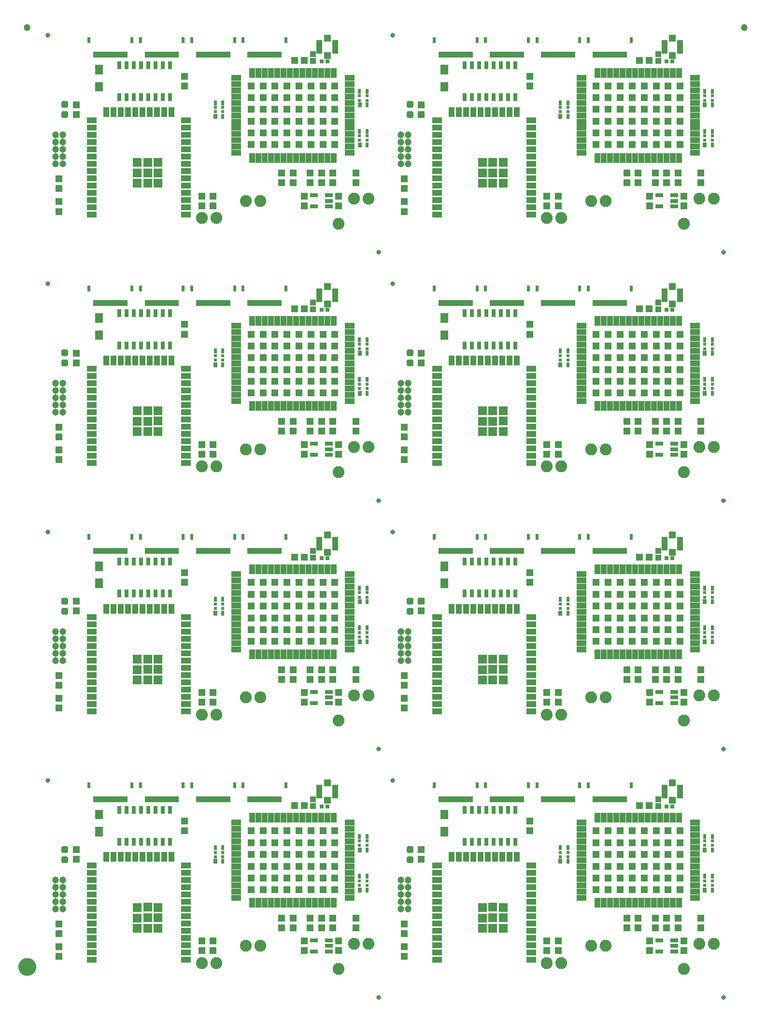
<source format=gts>
G04 EAGLE Gerber RS-274X export*
G75*
%MOMM*%
%FSLAX34Y34*%
%LPD*%
%INSoldermask Top*%
%IPPOS*%
%AMOC8*
5,1,8,0,0,1.08239X$1,22.5*%
G01*
%ADD10C,0.838200*%
%ADD11C,0.505344*%
%ADD12R,1.203200X1.303200*%
%ADD13R,1.103200X1.053200*%
%ADD14R,1.303200X1.203200*%
%ADD15R,0.803200X0.803200*%
%ADD16R,1.053200X1.723200*%
%ADD17R,1.723200X1.053200*%
%ADD18R,1.303200X1.303200*%
%ADD19R,0.620000X0.840000*%
%ADD20R,0.620000X0.560000*%
%ADD21R,0.640000X0.840000*%
%ADD22C,2.082800*%
%ADD23R,1.053200X2.403200*%
%ADD24R,1.203200X1.253200*%
%ADD25R,0.803200X1.403200*%
%ADD26R,0.503200X1.003200*%
%ADD27R,0.603200X1.003200*%
%ADD28R,1.403200X0.753200*%
%ADD29R,1.703200X1.103200*%
%ADD30R,1.103200X1.703200*%
%ADD31R,1.533200X1.533200*%
%ADD32R,1.473200X0.838200*%
%ADD33C,1.203200*%
%ADD34C,1.270000*%
%ADD35C,1.703200*%


D10*
X590000Y10000D03*
X10000Y390000D03*
D11*
X36510Y254720D02*
X43490Y254720D01*
X43490Y247740D01*
X36510Y247740D01*
X36510Y254720D01*
X36510Y252540D02*
X43490Y252540D01*
X43490Y272260D02*
X36510Y272260D01*
X43490Y272260D02*
X43490Y265280D01*
X36510Y265280D01*
X36510Y272260D01*
X36510Y270080D02*
X43490Y270080D01*
D12*
X60000Y268500D03*
X60000Y251500D03*
X510000Y131500D03*
X510000Y148500D03*
X490000Y131500D03*
X490000Y148500D03*
D13*
X475000Y345200D03*
X475000Y356800D03*
D14*
X459500Y346000D03*
X442500Y346000D03*
D12*
X470000Y131500D03*
X470000Y148500D03*
D15*
X500000Y344000D03*
X490000Y344000D03*
D16*
X511500Y324500D03*
X500500Y324500D03*
X489500Y324500D03*
X478500Y324500D03*
X467500Y324500D03*
X456500Y324500D03*
X445500Y324500D03*
X434500Y324500D03*
X423500Y324500D03*
X412500Y324500D03*
X401500Y324500D03*
X390500Y324500D03*
X379500Y324500D03*
X368500Y324500D03*
D17*
X340500Y316000D03*
X340500Y305000D03*
X340500Y294000D03*
X340500Y283000D03*
X340500Y272000D03*
X340500Y261000D03*
X340500Y250000D03*
X340500Y239000D03*
X340500Y228000D03*
X340500Y217000D03*
X340500Y206000D03*
X340500Y195000D03*
X340500Y184000D03*
D16*
X368500Y175500D03*
X379500Y175500D03*
X390500Y175500D03*
X401500Y175500D03*
X412500Y175500D03*
X423500Y175500D03*
X434500Y175500D03*
X445500Y175500D03*
X456500Y175500D03*
X467500Y175500D03*
X478500Y175500D03*
X489500Y175500D03*
X500500Y175500D03*
X511500Y175500D03*
D17*
X539500Y184000D03*
X539500Y195000D03*
X539500Y206000D03*
X539500Y217000D03*
X539500Y228000D03*
X539500Y239000D03*
X539500Y250000D03*
X539500Y261000D03*
X539500Y272000D03*
X539500Y283000D03*
X539500Y294000D03*
X539500Y305000D03*
X539500Y316000D03*
D18*
X450500Y260500D03*
X471500Y260500D03*
X492500Y260500D03*
X513500Y260500D03*
X450500Y281000D03*
X471500Y281000D03*
X492500Y281000D03*
X513500Y281000D03*
X450500Y301500D03*
X471500Y301500D03*
X492500Y301500D03*
X513500Y301500D03*
X450500Y198500D03*
X471500Y198500D03*
X492500Y198500D03*
X513500Y198500D03*
X450500Y219000D03*
X471500Y219000D03*
X492500Y219000D03*
X513500Y219000D03*
X450500Y239500D03*
X471500Y239500D03*
X492500Y239500D03*
X513500Y239500D03*
X429500Y239500D03*
X408500Y239500D03*
X387500Y239500D03*
X366500Y239500D03*
X429500Y219000D03*
X408500Y219000D03*
X387500Y219000D03*
X366500Y219000D03*
X429500Y198500D03*
X408500Y198500D03*
X387500Y198500D03*
X366500Y198500D03*
X429500Y301500D03*
X408500Y301500D03*
X387500Y301500D03*
X366500Y301500D03*
X429500Y281000D03*
X408500Y281000D03*
X387500Y281000D03*
X366500Y281000D03*
X429500Y260500D03*
X408500Y260500D03*
X387500Y260500D03*
X366500Y260500D03*
D12*
X420000Y148500D03*
X420000Y131500D03*
X440000Y131500D03*
X440000Y148500D03*
D19*
X569900Y222000D03*
D20*
X569900Y214000D03*
X569900Y206000D03*
D19*
X556700Y222000D03*
D20*
X556700Y214000D03*
X556700Y206000D03*
D21*
X556800Y198000D03*
D19*
X569900Y198000D03*
X569900Y292000D03*
D20*
X569900Y284000D03*
X569900Y276000D03*
D19*
X556700Y292000D03*
D20*
X556700Y284000D03*
X556700Y276000D03*
D21*
X556800Y268000D03*
D19*
X569900Y268000D03*
D12*
X550000Y148500D03*
X550000Y131500D03*
X300000Y91500D03*
X300000Y108500D03*
X280000Y91500D03*
X280000Y108500D03*
D19*
X316900Y272000D03*
D20*
X316900Y264000D03*
X316900Y256000D03*
D19*
X303700Y272000D03*
D20*
X303700Y264000D03*
X303700Y256000D03*
D21*
X303800Y248000D03*
D19*
X316900Y248000D03*
D22*
X280000Y70000D03*
X305400Y70000D03*
D12*
X520000Y91500D03*
X520000Y108500D03*
X460000Y108500D03*
X460000Y91500D03*
D23*
X513750Y370000D03*
X486250Y370000D03*
D24*
X500000Y354750D03*
X500000Y385250D03*
D22*
X382700Y100000D03*
X357300Y100000D03*
D25*
X224450Y338000D03*
X211750Y338000D03*
X199050Y338000D03*
X186350Y338000D03*
X173650Y338000D03*
X160950Y338000D03*
X148250Y338000D03*
X135550Y338000D03*
X135550Y282000D03*
X148250Y282000D03*
X160950Y282000D03*
X173650Y282000D03*
X186350Y282000D03*
X199050Y282000D03*
X211750Y282000D03*
X224450Y282000D03*
D12*
X250100Y301500D03*
X250100Y318500D03*
D26*
X147500Y356500D03*
X142500Y356500D03*
D27*
X157500Y381500D03*
X82500Y381500D03*
D26*
X137500Y356500D03*
X132500Y356500D03*
X127500Y356500D03*
X122500Y356500D03*
X117500Y356500D03*
X112500Y356500D03*
X107500Y356500D03*
X102500Y356500D03*
X97500Y356500D03*
X92500Y356500D03*
X237500Y356500D03*
X232500Y356500D03*
D27*
X247500Y381500D03*
X172500Y381500D03*
D26*
X227500Y356500D03*
X222500Y356500D03*
X217500Y356500D03*
X212500Y356500D03*
X207500Y356500D03*
X202500Y356500D03*
X197500Y356500D03*
X192500Y356500D03*
X187500Y356500D03*
X182500Y356500D03*
D28*
X503001Y90500D03*
X503001Y100000D03*
X503001Y109500D03*
X476999Y109500D03*
X476999Y90500D03*
D22*
X547000Y104000D03*
X572400Y104000D03*
D26*
X417500Y356500D03*
X412500Y356500D03*
D27*
X427500Y381500D03*
X352500Y381500D03*
D26*
X407500Y356500D03*
X402500Y356500D03*
X397500Y356500D03*
X392500Y356500D03*
X387500Y356500D03*
X382500Y356500D03*
X377500Y356500D03*
X372500Y356500D03*
X367500Y356500D03*
X362500Y356500D03*
D29*
X252380Y75700D03*
X252380Y88400D03*
X252380Y101100D03*
X252380Y113800D03*
X252380Y126500D03*
X252380Y139200D03*
X252380Y151900D03*
X252380Y164600D03*
X252380Y177300D03*
X252380Y190000D03*
X252380Y202700D03*
X252380Y215400D03*
X252380Y228100D03*
X252380Y240800D03*
D30*
X227150Y255700D03*
X214450Y255700D03*
X201750Y255700D03*
X189050Y255700D03*
X176350Y255700D03*
X163650Y255700D03*
X150950Y255700D03*
X138250Y255700D03*
X125550Y255700D03*
X112850Y255700D03*
D29*
X87620Y240800D03*
X87620Y228100D03*
X87620Y215400D03*
X87620Y202700D03*
X87620Y190000D03*
X87620Y177300D03*
X87620Y164600D03*
X87620Y151900D03*
X87620Y139200D03*
X87620Y126500D03*
X87620Y113800D03*
X87620Y101100D03*
X87620Y88400D03*
X87620Y75700D03*
D31*
X185310Y149120D03*
X166860Y130910D03*
X185160Y130910D03*
X203460Y130910D03*
X203460Y149210D03*
X166760Y148910D03*
X166860Y167510D03*
X185160Y167610D03*
X203460Y167510D03*
D32*
X100000Y295936D03*
X100000Y304064D03*
X100000Y325936D03*
X100000Y334064D03*
D22*
X520000Y60000D03*
D33*
X36350Y177300D03*
X36350Y190000D03*
X36350Y202700D03*
X36350Y215400D03*
X36350Y164600D03*
X23650Y177300D03*
X23650Y190000D03*
X23650Y202700D03*
X23650Y215400D03*
X23650Y164600D03*
D12*
X30000Y81500D03*
X30000Y98500D03*
X30000Y121500D03*
X30000Y138500D03*
D26*
X327500Y356500D03*
X322500Y356500D03*
D27*
X337500Y381500D03*
X262500Y381500D03*
D26*
X317500Y356500D03*
X312500Y356500D03*
X307500Y356500D03*
X302500Y356500D03*
X297500Y356500D03*
X292500Y356500D03*
X287500Y356500D03*
X282500Y356500D03*
X277500Y356500D03*
X272500Y356500D03*
D10*
X1195079Y10000D03*
X615079Y390000D03*
D11*
X641589Y254720D02*
X648569Y254720D01*
X648569Y247740D01*
X641589Y247740D01*
X641589Y254720D01*
X641589Y252540D02*
X648569Y252540D01*
X648569Y272260D02*
X641589Y272260D01*
X648569Y272260D02*
X648569Y265280D01*
X641589Y265280D01*
X641589Y272260D01*
X641589Y270080D02*
X648569Y270080D01*
D12*
X665079Y268500D03*
X665079Y251500D03*
X1115079Y131500D03*
X1115079Y148500D03*
X1095079Y131500D03*
X1095079Y148500D03*
D13*
X1080079Y345200D03*
X1080079Y356800D03*
D14*
X1064579Y346000D03*
X1047579Y346000D03*
D12*
X1075079Y131500D03*
X1075079Y148500D03*
D15*
X1105079Y344000D03*
X1095079Y344000D03*
D16*
X1116579Y324500D03*
X1105579Y324500D03*
X1094579Y324500D03*
X1083579Y324500D03*
X1072579Y324500D03*
X1061579Y324500D03*
X1050579Y324500D03*
X1039579Y324500D03*
X1028579Y324500D03*
X1017579Y324500D03*
X1006579Y324500D03*
X995579Y324500D03*
X984579Y324500D03*
X973579Y324500D03*
D17*
X945579Y316000D03*
X945579Y305000D03*
X945579Y294000D03*
X945579Y283000D03*
X945579Y272000D03*
X945579Y261000D03*
X945579Y250000D03*
X945579Y239000D03*
X945579Y228000D03*
X945579Y217000D03*
X945579Y206000D03*
X945579Y195000D03*
X945579Y184000D03*
D16*
X973579Y175500D03*
X984579Y175500D03*
X995579Y175500D03*
X1006579Y175500D03*
X1017579Y175500D03*
X1028579Y175500D03*
X1039579Y175500D03*
X1050579Y175500D03*
X1061579Y175500D03*
X1072579Y175500D03*
X1083579Y175500D03*
X1094579Y175500D03*
X1105579Y175500D03*
X1116579Y175500D03*
D17*
X1144579Y184000D03*
X1144579Y195000D03*
X1144579Y206000D03*
X1144579Y217000D03*
X1144579Y228000D03*
X1144579Y239000D03*
X1144579Y250000D03*
X1144579Y261000D03*
X1144579Y272000D03*
X1144579Y283000D03*
X1144579Y294000D03*
X1144579Y305000D03*
X1144579Y316000D03*
D18*
X1055579Y260500D03*
X1076579Y260500D03*
X1097579Y260500D03*
X1118579Y260500D03*
X1055579Y281000D03*
X1076579Y281000D03*
X1097579Y281000D03*
X1118579Y281000D03*
X1055579Y301500D03*
X1076579Y301500D03*
X1097579Y301500D03*
X1118579Y301500D03*
X1055579Y198500D03*
X1076579Y198500D03*
X1097579Y198500D03*
X1118579Y198500D03*
X1055579Y219000D03*
X1076579Y219000D03*
X1097579Y219000D03*
X1118579Y219000D03*
X1055579Y239500D03*
X1076579Y239500D03*
X1097579Y239500D03*
X1118579Y239500D03*
X1034579Y239500D03*
X1013579Y239500D03*
X992579Y239500D03*
X971579Y239500D03*
X1034579Y219000D03*
X1013579Y219000D03*
X992579Y219000D03*
X971579Y219000D03*
X1034579Y198500D03*
X1013579Y198500D03*
X992579Y198500D03*
X971579Y198500D03*
X1034579Y301500D03*
X1013579Y301500D03*
X992579Y301500D03*
X971579Y301500D03*
X1034579Y281000D03*
X1013579Y281000D03*
X992579Y281000D03*
X971579Y281000D03*
X1034579Y260500D03*
X1013579Y260500D03*
X992579Y260500D03*
X971579Y260500D03*
D12*
X1025079Y148500D03*
X1025079Y131500D03*
X1045079Y131500D03*
X1045079Y148500D03*
D19*
X1174979Y222000D03*
D20*
X1174979Y214000D03*
X1174979Y206000D03*
D19*
X1161779Y222000D03*
D20*
X1161779Y214000D03*
X1161779Y206000D03*
D21*
X1161879Y198000D03*
D19*
X1174979Y198000D03*
X1174979Y292000D03*
D20*
X1174979Y284000D03*
X1174979Y276000D03*
D19*
X1161779Y292000D03*
D20*
X1161779Y284000D03*
X1161779Y276000D03*
D21*
X1161879Y268000D03*
D19*
X1174979Y268000D03*
D12*
X1155079Y148500D03*
X1155079Y131500D03*
X905079Y91500D03*
X905079Y108500D03*
X885079Y91500D03*
X885079Y108500D03*
D19*
X921979Y272000D03*
D20*
X921979Y264000D03*
X921979Y256000D03*
D19*
X908779Y272000D03*
D20*
X908779Y264000D03*
X908779Y256000D03*
D21*
X908879Y248000D03*
D19*
X921979Y248000D03*
D22*
X885079Y70000D03*
X910479Y70000D03*
D12*
X1125079Y91500D03*
X1125079Y108500D03*
X1065079Y108500D03*
X1065079Y91500D03*
D23*
X1118829Y370000D03*
X1091329Y370000D03*
D24*
X1105079Y354750D03*
X1105079Y385250D03*
D22*
X987779Y100000D03*
X962379Y100000D03*
D25*
X829529Y338000D03*
X816829Y338000D03*
X804129Y338000D03*
X791429Y338000D03*
X778729Y338000D03*
X766029Y338000D03*
X753329Y338000D03*
X740629Y338000D03*
X740629Y282000D03*
X753329Y282000D03*
X766029Y282000D03*
X778729Y282000D03*
X791429Y282000D03*
X804129Y282000D03*
X816829Y282000D03*
X829529Y282000D03*
D12*
X855179Y301500D03*
X855179Y318500D03*
D26*
X752579Y356500D03*
X747579Y356500D03*
D27*
X762579Y381500D03*
X687579Y381500D03*
D26*
X742579Y356500D03*
X737579Y356500D03*
X732579Y356500D03*
X727579Y356500D03*
X722579Y356500D03*
X717579Y356500D03*
X712579Y356500D03*
X707579Y356500D03*
X702579Y356500D03*
X697579Y356500D03*
X842579Y356500D03*
X837579Y356500D03*
D27*
X852579Y381500D03*
X777579Y381500D03*
D26*
X832579Y356500D03*
X827579Y356500D03*
X822579Y356500D03*
X817579Y356500D03*
X812579Y356500D03*
X807579Y356500D03*
X802579Y356500D03*
X797579Y356500D03*
X792579Y356500D03*
X787579Y356500D03*
D28*
X1108080Y90500D03*
X1108080Y100000D03*
X1108080Y109500D03*
X1082078Y109500D03*
X1082078Y90500D03*
D22*
X1152079Y104000D03*
X1177479Y104000D03*
D26*
X1022579Y356500D03*
X1017579Y356500D03*
D27*
X1032579Y381500D03*
X957579Y381500D03*
D26*
X1012579Y356500D03*
X1007579Y356500D03*
X1002579Y356500D03*
X997579Y356500D03*
X992579Y356500D03*
X987579Y356500D03*
X982579Y356500D03*
X977579Y356500D03*
X972579Y356500D03*
X967579Y356500D03*
D29*
X857459Y75700D03*
X857459Y88400D03*
X857459Y101100D03*
X857459Y113800D03*
X857459Y126500D03*
X857459Y139200D03*
X857459Y151900D03*
X857459Y164600D03*
X857459Y177300D03*
X857459Y190000D03*
X857459Y202700D03*
X857459Y215400D03*
X857459Y228100D03*
X857459Y240800D03*
D30*
X832229Y255700D03*
X819529Y255700D03*
X806829Y255700D03*
X794129Y255700D03*
X781429Y255700D03*
X768729Y255700D03*
X756029Y255700D03*
X743329Y255700D03*
X730629Y255700D03*
X717929Y255700D03*
D29*
X692699Y240800D03*
X692699Y228100D03*
X692699Y215400D03*
X692699Y202700D03*
X692699Y190000D03*
X692699Y177300D03*
X692699Y164600D03*
X692699Y151900D03*
X692699Y139200D03*
X692699Y126500D03*
X692699Y113800D03*
X692699Y101100D03*
X692699Y88400D03*
X692699Y75700D03*
D31*
X790389Y149120D03*
X771939Y130910D03*
X790239Y130910D03*
X808539Y130910D03*
X808539Y149210D03*
X771839Y148910D03*
X771939Y167510D03*
X790239Y167610D03*
X808539Y167510D03*
D32*
X705079Y295936D03*
X705079Y304064D03*
X705079Y325936D03*
X705079Y334064D03*
D22*
X1125079Y60000D03*
D33*
X641429Y177300D03*
X641429Y190000D03*
X641429Y202700D03*
X641429Y215400D03*
X641429Y164600D03*
X628729Y177300D03*
X628729Y190000D03*
X628729Y202700D03*
X628729Y215400D03*
X628729Y164600D03*
D12*
X635079Y81500D03*
X635079Y98500D03*
X635079Y121500D03*
X635079Y138500D03*
D26*
X932579Y356500D03*
X927579Y356500D03*
D27*
X942579Y381500D03*
X867579Y381500D03*
D26*
X922579Y356500D03*
X917579Y356500D03*
X912579Y356500D03*
X907579Y356500D03*
X902579Y356500D03*
X897579Y356500D03*
X892579Y356500D03*
X887579Y356500D03*
X882579Y356500D03*
X877579Y356500D03*
D10*
X590000Y445077D03*
X10000Y825077D03*
D11*
X36510Y689797D02*
X43490Y689797D01*
X43490Y682817D01*
X36510Y682817D01*
X36510Y689797D01*
X36510Y687617D02*
X43490Y687617D01*
X43490Y707337D02*
X36510Y707337D01*
X43490Y707337D02*
X43490Y700357D01*
X36510Y700357D01*
X36510Y707337D01*
X36510Y705157D02*
X43490Y705157D01*
D12*
X60000Y703577D03*
X60000Y686577D03*
X510000Y566577D03*
X510000Y583577D03*
X490000Y566577D03*
X490000Y583577D03*
D13*
X475000Y780277D03*
X475000Y791877D03*
D14*
X459500Y781077D03*
X442500Y781077D03*
D12*
X470000Y566577D03*
X470000Y583577D03*
D15*
X500000Y779077D03*
X490000Y779077D03*
D16*
X511500Y759577D03*
X500500Y759577D03*
X489500Y759577D03*
X478500Y759577D03*
X467500Y759577D03*
X456500Y759577D03*
X445500Y759577D03*
X434500Y759577D03*
X423500Y759577D03*
X412500Y759577D03*
X401500Y759577D03*
X390500Y759577D03*
X379500Y759577D03*
X368500Y759577D03*
D17*
X340500Y751077D03*
X340500Y740077D03*
X340500Y729077D03*
X340500Y718077D03*
X340500Y707077D03*
X340500Y696077D03*
X340500Y685077D03*
X340500Y674077D03*
X340500Y663077D03*
X340500Y652077D03*
X340500Y641077D03*
X340500Y630077D03*
X340500Y619077D03*
D16*
X368500Y610577D03*
X379500Y610577D03*
X390500Y610577D03*
X401500Y610577D03*
X412500Y610577D03*
X423500Y610577D03*
X434500Y610577D03*
X445500Y610577D03*
X456500Y610577D03*
X467500Y610577D03*
X478500Y610577D03*
X489500Y610577D03*
X500500Y610577D03*
X511500Y610577D03*
D17*
X539500Y619077D03*
X539500Y630077D03*
X539500Y641077D03*
X539500Y652077D03*
X539500Y663077D03*
X539500Y674077D03*
X539500Y685077D03*
X539500Y696077D03*
X539500Y707077D03*
X539500Y718077D03*
X539500Y729077D03*
X539500Y740077D03*
X539500Y751077D03*
D18*
X450500Y695577D03*
X471500Y695577D03*
X492500Y695577D03*
X513500Y695577D03*
X450500Y716077D03*
X471500Y716077D03*
X492500Y716077D03*
X513500Y716077D03*
X450500Y736577D03*
X471500Y736577D03*
X492500Y736577D03*
X513500Y736577D03*
X450500Y633577D03*
X471500Y633577D03*
X492500Y633577D03*
X513500Y633577D03*
X450500Y654077D03*
X471500Y654077D03*
X492500Y654077D03*
X513500Y654077D03*
X450500Y674577D03*
X471500Y674577D03*
X492500Y674577D03*
X513500Y674577D03*
X429500Y674577D03*
X408500Y674577D03*
X387500Y674577D03*
X366500Y674577D03*
X429500Y654077D03*
X408500Y654077D03*
X387500Y654077D03*
X366500Y654077D03*
X429500Y633577D03*
X408500Y633577D03*
X387500Y633577D03*
X366500Y633577D03*
X429500Y736577D03*
X408500Y736577D03*
X387500Y736577D03*
X366500Y736577D03*
X429500Y716077D03*
X408500Y716077D03*
X387500Y716077D03*
X366500Y716077D03*
X429500Y695577D03*
X408500Y695577D03*
X387500Y695577D03*
X366500Y695577D03*
D12*
X420000Y583577D03*
X420000Y566577D03*
X440000Y566577D03*
X440000Y583577D03*
D19*
X569900Y657077D03*
D20*
X569900Y649077D03*
X569900Y641077D03*
D19*
X556700Y657077D03*
D20*
X556700Y649077D03*
X556700Y641077D03*
D21*
X556800Y633077D03*
D19*
X569900Y633077D03*
X569900Y727077D03*
D20*
X569900Y719077D03*
X569900Y711077D03*
D19*
X556700Y727077D03*
D20*
X556700Y719077D03*
X556700Y711077D03*
D21*
X556800Y703077D03*
D19*
X569900Y703077D03*
D12*
X550000Y583577D03*
X550000Y566577D03*
X300000Y526577D03*
X300000Y543577D03*
X280000Y526577D03*
X280000Y543577D03*
D19*
X316900Y707077D03*
D20*
X316900Y699077D03*
X316900Y691077D03*
D19*
X303700Y707077D03*
D20*
X303700Y699077D03*
X303700Y691077D03*
D21*
X303800Y683077D03*
D19*
X316900Y683077D03*
D22*
X280000Y505077D03*
X305400Y505077D03*
D12*
X520000Y526577D03*
X520000Y543577D03*
X460000Y543577D03*
X460000Y526577D03*
D23*
X513750Y805077D03*
X486250Y805077D03*
D24*
X500000Y789827D03*
X500000Y820327D03*
D22*
X382700Y535077D03*
X357300Y535077D03*
D25*
X224450Y773077D03*
X211750Y773077D03*
X199050Y773077D03*
X186350Y773077D03*
X173650Y773077D03*
X160950Y773077D03*
X148250Y773077D03*
X135550Y773077D03*
X135550Y717077D03*
X148250Y717077D03*
X160950Y717077D03*
X173650Y717077D03*
X186350Y717077D03*
X199050Y717077D03*
X211750Y717077D03*
X224450Y717077D03*
D12*
X250100Y736577D03*
X250100Y753577D03*
D26*
X147500Y791577D03*
X142500Y791577D03*
D27*
X157500Y816577D03*
X82500Y816577D03*
D26*
X137500Y791577D03*
X132500Y791577D03*
X127500Y791577D03*
X122500Y791577D03*
X117500Y791577D03*
X112500Y791577D03*
X107500Y791577D03*
X102500Y791577D03*
X97500Y791577D03*
X92500Y791577D03*
X237500Y791577D03*
X232500Y791577D03*
D27*
X247500Y816577D03*
X172500Y816577D03*
D26*
X227500Y791577D03*
X222500Y791577D03*
X217500Y791577D03*
X212500Y791577D03*
X207500Y791577D03*
X202500Y791577D03*
X197500Y791577D03*
X192500Y791577D03*
X187500Y791577D03*
X182500Y791577D03*
D28*
X503001Y525577D03*
X503001Y535077D03*
X503001Y544577D03*
X476999Y544577D03*
X476999Y525577D03*
D22*
X547000Y539077D03*
X572400Y539077D03*
D26*
X417500Y791577D03*
X412500Y791577D03*
D27*
X427500Y816577D03*
X352500Y816577D03*
D26*
X407500Y791577D03*
X402500Y791577D03*
X397500Y791577D03*
X392500Y791577D03*
X387500Y791577D03*
X382500Y791577D03*
X377500Y791577D03*
X372500Y791577D03*
X367500Y791577D03*
X362500Y791577D03*
D29*
X252380Y510777D03*
X252380Y523477D03*
X252380Y536177D03*
X252380Y548877D03*
X252380Y561577D03*
X252380Y574277D03*
X252380Y586977D03*
X252380Y599677D03*
X252380Y612377D03*
X252380Y625077D03*
X252380Y637777D03*
X252380Y650477D03*
X252380Y663177D03*
X252380Y675877D03*
D30*
X227150Y690777D03*
X214450Y690777D03*
X201750Y690777D03*
X189050Y690777D03*
X176350Y690777D03*
X163650Y690777D03*
X150950Y690777D03*
X138250Y690777D03*
X125550Y690777D03*
X112850Y690777D03*
D29*
X87620Y675877D03*
X87620Y663177D03*
X87620Y650477D03*
X87620Y637777D03*
X87620Y625077D03*
X87620Y612377D03*
X87620Y599677D03*
X87620Y586977D03*
X87620Y574277D03*
X87620Y561577D03*
X87620Y548877D03*
X87620Y536177D03*
X87620Y523477D03*
X87620Y510777D03*
D31*
X185310Y584197D03*
X166860Y565987D03*
X185160Y565987D03*
X203460Y565987D03*
X203460Y584287D03*
X166760Y583987D03*
X166860Y602587D03*
X185160Y602687D03*
X203460Y602587D03*
D32*
X100000Y731013D03*
X100000Y739141D03*
X100000Y761013D03*
X100000Y769141D03*
D22*
X520000Y495077D03*
D33*
X36350Y612377D03*
X36350Y625077D03*
X36350Y637777D03*
X36350Y650477D03*
X36350Y599677D03*
X23650Y612377D03*
X23650Y625077D03*
X23650Y637777D03*
X23650Y650477D03*
X23650Y599677D03*
D12*
X30000Y516577D03*
X30000Y533577D03*
X30000Y556577D03*
X30000Y573577D03*
D26*
X327500Y791577D03*
X322500Y791577D03*
D27*
X337500Y816577D03*
X262500Y816577D03*
D26*
X317500Y791577D03*
X312500Y791577D03*
X307500Y791577D03*
X302500Y791577D03*
X297500Y791577D03*
X292500Y791577D03*
X287500Y791577D03*
X282500Y791577D03*
X277500Y791577D03*
X272500Y791577D03*
D10*
X1195079Y445077D03*
X615079Y825077D03*
D11*
X641589Y689797D02*
X648569Y689797D01*
X648569Y682817D01*
X641589Y682817D01*
X641589Y689797D01*
X641589Y687617D02*
X648569Y687617D01*
X648569Y707337D02*
X641589Y707337D01*
X648569Y707337D02*
X648569Y700357D01*
X641589Y700357D01*
X641589Y707337D01*
X641589Y705157D02*
X648569Y705157D01*
D12*
X665079Y703577D03*
X665079Y686577D03*
X1115079Y566577D03*
X1115079Y583577D03*
X1095079Y566577D03*
X1095079Y583577D03*
D13*
X1080079Y780277D03*
X1080079Y791877D03*
D14*
X1064579Y781077D03*
X1047579Y781077D03*
D12*
X1075079Y566577D03*
X1075079Y583577D03*
D15*
X1105079Y779077D03*
X1095079Y779077D03*
D16*
X1116579Y759577D03*
X1105579Y759577D03*
X1094579Y759577D03*
X1083579Y759577D03*
X1072579Y759577D03*
X1061579Y759577D03*
X1050579Y759577D03*
X1039579Y759577D03*
X1028579Y759577D03*
X1017579Y759577D03*
X1006579Y759577D03*
X995579Y759577D03*
X984579Y759577D03*
X973579Y759577D03*
D17*
X945579Y751077D03*
X945579Y740077D03*
X945579Y729077D03*
X945579Y718077D03*
X945579Y707077D03*
X945579Y696077D03*
X945579Y685077D03*
X945579Y674077D03*
X945579Y663077D03*
X945579Y652077D03*
X945579Y641077D03*
X945579Y630077D03*
X945579Y619077D03*
D16*
X973579Y610577D03*
X984579Y610577D03*
X995579Y610577D03*
X1006579Y610577D03*
X1017579Y610577D03*
X1028579Y610577D03*
X1039579Y610577D03*
X1050579Y610577D03*
X1061579Y610577D03*
X1072579Y610577D03*
X1083579Y610577D03*
X1094579Y610577D03*
X1105579Y610577D03*
X1116579Y610577D03*
D17*
X1144579Y619077D03*
X1144579Y630077D03*
X1144579Y641077D03*
X1144579Y652077D03*
X1144579Y663077D03*
X1144579Y674077D03*
X1144579Y685077D03*
X1144579Y696077D03*
X1144579Y707077D03*
X1144579Y718077D03*
X1144579Y729077D03*
X1144579Y740077D03*
X1144579Y751077D03*
D18*
X1055579Y695577D03*
X1076579Y695577D03*
X1097579Y695577D03*
X1118579Y695577D03*
X1055579Y716077D03*
X1076579Y716077D03*
X1097579Y716077D03*
X1118579Y716077D03*
X1055579Y736577D03*
X1076579Y736577D03*
X1097579Y736577D03*
X1118579Y736577D03*
X1055579Y633577D03*
X1076579Y633577D03*
X1097579Y633577D03*
X1118579Y633577D03*
X1055579Y654077D03*
X1076579Y654077D03*
X1097579Y654077D03*
X1118579Y654077D03*
X1055579Y674577D03*
X1076579Y674577D03*
X1097579Y674577D03*
X1118579Y674577D03*
X1034579Y674577D03*
X1013579Y674577D03*
X992579Y674577D03*
X971579Y674577D03*
X1034579Y654077D03*
X1013579Y654077D03*
X992579Y654077D03*
X971579Y654077D03*
X1034579Y633577D03*
X1013579Y633577D03*
X992579Y633577D03*
X971579Y633577D03*
X1034579Y736577D03*
X1013579Y736577D03*
X992579Y736577D03*
X971579Y736577D03*
X1034579Y716077D03*
X1013579Y716077D03*
X992579Y716077D03*
X971579Y716077D03*
X1034579Y695577D03*
X1013579Y695577D03*
X992579Y695577D03*
X971579Y695577D03*
D12*
X1025079Y583577D03*
X1025079Y566577D03*
X1045079Y566577D03*
X1045079Y583577D03*
D19*
X1174979Y657077D03*
D20*
X1174979Y649077D03*
X1174979Y641077D03*
D19*
X1161779Y657077D03*
D20*
X1161779Y649077D03*
X1161779Y641077D03*
D21*
X1161879Y633077D03*
D19*
X1174979Y633077D03*
X1174979Y727077D03*
D20*
X1174979Y719077D03*
X1174979Y711077D03*
D19*
X1161779Y727077D03*
D20*
X1161779Y719077D03*
X1161779Y711077D03*
D21*
X1161879Y703077D03*
D19*
X1174979Y703077D03*
D12*
X1155079Y583577D03*
X1155079Y566577D03*
X905079Y526577D03*
X905079Y543577D03*
X885079Y526577D03*
X885079Y543577D03*
D19*
X921979Y707077D03*
D20*
X921979Y699077D03*
X921979Y691077D03*
D19*
X908779Y707077D03*
D20*
X908779Y699077D03*
X908779Y691077D03*
D21*
X908879Y683077D03*
D19*
X921979Y683077D03*
D22*
X885079Y505077D03*
X910479Y505077D03*
D12*
X1125079Y526577D03*
X1125079Y543577D03*
X1065079Y543577D03*
X1065079Y526577D03*
D23*
X1118829Y805077D03*
X1091329Y805077D03*
D24*
X1105079Y789827D03*
X1105079Y820327D03*
D22*
X987779Y535077D03*
X962379Y535077D03*
D25*
X829529Y773077D03*
X816829Y773077D03*
X804129Y773077D03*
X791429Y773077D03*
X778729Y773077D03*
X766029Y773077D03*
X753329Y773077D03*
X740629Y773077D03*
X740629Y717077D03*
X753329Y717077D03*
X766029Y717077D03*
X778729Y717077D03*
X791429Y717077D03*
X804129Y717077D03*
X816829Y717077D03*
X829529Y717077D03*
D12*
X855179Y736577D03*
X855179Y753577D03*
D26*
X752579Y791577D03*
X747579Y791577D03*
D27*
X762579Y816577D03*
X687579Y816577D03*
D26*
X742579Y791577D03*
X737579Y791577D03*
X732579Y791577D03*
X727579Y791577D03*
X722579Y791577D03*
X717579Y791577D03*
X712579Y791577D03*
X707579Y791577D03*
X702579Y791577D03*
X697579Y791577D03*
X842579Y791577D03*
X837579Y791577D03*
D27*
X852579Y816577D03*
X777579Y816577D03*
D26*
X832579Y791577D03*
X827579Y791577D03*
X822579Y791577D03*
X817579Y791577D03*
X812579Y791577D03*
X807579Y791577D03*
X802579Y791577D03*
X797579Y791577D03*
X792579Y791577D03*
X787579Y791577D03*
D28*
X1108080Y525577D03*
X1108080Y535077D03*
X1108080Y544577D03*
X1082078Y544577D03*
X1082078Y525577D03*
D22*
X1152079Y539077D03*
X1177479Y539077D03*
D26*
X1022579Y791577D03*
X1017579Y791577D03*
D27*
X1032579Y816577D03*
X957579Y816577D03*
D26*
X1012579Y791577D03*
X1007579Y791577D03*
X1002579Y791577D03*
X997579Y791577D03*
X992579Y791577D03*
X987579Y791577D03*
X982579Y791577D03*
X977579Y791577D03*
X972579Y791577D03*
X967579Y791577D03*
D29*
X857459Y510777D03*
X857459Y523477D03*
X857459Y536177D03*
X857459Y548877D03*
X857459Y561577D03*
X857459Y574277D03*
X857459Y586977D03*
X857459Y599677D03*
X857459Y612377D03*
X857459Y625077D03*
X857459Y637777D03*
X857459Y650477D03*
X857459Y663177D03*
X857459Y675877D03*
D30*
X832229Y690777D03*
X819529Y690777D03*
X806829Y690777D03*
X794129Y690777D03*
X781429Y690777D03*
X768729Y690777D03*
X756029Y690777D03*
X743329Y690777D03*
X730629Y690777D03*
X717929Y690777D03*
D29*
X692699Y675877D03*
X692699Y663177D03*
X692699Y650477D03*
X692699Y637777D03*
X692699Y625077D03*
X692699Y612377D03*
X692699Y599677D03*
X692699Y586977D03*
X692699Y574277D03*
X692699Y561577D03*
X692699Y548877D03*
X692699Y536177D03*
X692699Y523477D03*
X692699Y510777D03*
D31*
X790389Y584197D03*
X771939Y565987D03*
X790239Y565987D03*
X808539Y565987D03*
X808539Y584287D03*
X771839Y583987D03*
X771939Y602587D03*
X790239Y602687D03*
X808539Y602587D03*
D32*
X705079Y731013D03*
X705079Y739141D03*
X705079Y761013D03*
X705079Y769141D03*
D22*
X1125079Y495077D03*
D33*
X641429Y612377D03*
X641429Y625077D03*
X641429Y637777D03*
X641429Y650477D03*
X641429Y599677D03*
X628729Y612377D03*
X628729Y625077D03*
X628729Y637777D03*
X628729Y650477D03*
X628729Y599677D03*
D12*
X635079Y516577D03*
X635079Y533577D03*
X635079Y556577D03*
X635079Y573577D03*
D26*
X932579Y791577D03*
X927579Y791577D03*
D27*
X942579Y816577D03*
X867579Y816577D03*
D26*
X922579Y791577D03*
X917579Y791577D03*
X912579Y791577D03*
X907579Y791577D03*
X902579Y791577D03*
X897579Y791577D03*
X892579Y791577D03*
X887579Y791577D03*
X882579Y791577D03*
X877579Y791577D03*
D10*
X590000Y880153D03*
X10000Y1260153D03*
D11*
X36510Y1124873D02*
X43490Y1124873D01*
X43490Y1117893D01*
X36510Y1117893D01*
X36510Y1124873D01*
X36510Y1122693D02*
X43490Y1122693D01*
X43490Y1142413D02*
X36510Y1142413D01*
X43490Y1142413D02*
X43490Y1135433D01*
X36510Y1135433D01*
X36510Y1142413D01*
X36510Y1140233D02*
X43490Y1140233D01*
D12*
X60000Y1138653D03*
X60000Y1121653D03*
X510000Y1001653D03*
X510000Y1018653D03*
X490000Y1001653D03*
X490000Y1018653D03*
D13*
X475000Y1215353D03*
X475000Y1226953D03*
D14*
X459500Y1216153D03*
X442500Y1216153D03*
D12*
X470000Y1001653D03*
X470000Y1018653D03*
D15*
X500000Y1214153D03*
X490000Y1214153D03*
D16*
X511500Y1194653D03*
X500500Y1194653D03*
X489500Y1194653D03*
X478500Y1194653D03*
X467500Y1194653D03*
X456500Y1194653D03*
X445500Y1194653D03*
X434500Y1194653D03*
X423500Y1194653D03*
X412500Y1194653D03*
X401500Y1194653D03*
X390500Y1194653D03*
X379500Y1194653D03*
X368500Y1194653D03*
D17*
X340500Y1186153D03*
X340500Y1175153D03*
X340500Y1164153D03*
X340500Y1153153D03*
X340500Y1142153D03*
X340500Y1131153D03*
X340500Y1120153D03*
X340500Y1109153D03*
X340500Y1098153D03*
X340500Y1087153D03*
X340500Y1076153D03*
X340500Y1065153D03*
X340500Y1054153D03*
D16*
X368500Y1045653D03*
X379500Y1045653D03*
X390500Y1045653D03*
X401500Y1045653D03*
X412500Y1045653D03*
X423500Y1045653D03*
X434500Y1045653D03*
X445500Y1045653D03*
X456500Y1045653D03*
X467500Y1045653D03*
X478500Y1045653D03*
X489500Y1045653D03*
X500500Y1045653D03*
X511500Y1045653D03*
D17*
X539500Y1054153D03*
X539500Y1065153D03*
X539500Y1076153D03*
X539500Y1087153D03*
X539500Y1098153D03*
X539500Y1109153D03*
X539500Y1120153D03*
X539500Y1131153D03*
X539500Y1142153D03*
X539500Y1153153D03*
X539500Y1164153D03*
X539500Y1175153D03*
X539500Y1186153D03*
D18*
X450500Y1130653D03*
X471500Y1130653D03*
X492500Y1130653D03*
X513500Y1130653D03*
X450500Y1151153D03*
X471500Y1151153D03*
X492500Y1151153D03*
X513500Y1151153D03*
X450500Y1171653D03*
X471500Y1171653D03*
X492500Y1171653D03*
X513500Y1171653D03*
X450500Y1068653D03*
X471500Y1068653D03*
X492500Y1068653D03*
X513500Y1068653D03*
X450500Y1089153D03*
X471500Y1089153D03*
X492500Y1089153D03*
X513500Y1089153D03*
X450500Y1109653D03*
X471500Y1109653D03*
X492500Y1109653D03*
X513500Y1109653D03*
X429500Y1109653D03*
X408500Y1109653D03*
X387500Y1109653D03*
X366500Y1109653D03*
X429500Y1089153D03*
X408500Y1089153D03*
X387500Y1089153D03*
X366500Y1089153D03*
X429500Y1068653D03*
X408500Y1068653D03*
X387500Y1068653D03*
X366500Y1068653D03*
X429500Y1171653D03*
X408500Y1171653D03*
X387500Y1171653D03*
X366500Y1171653D03*
X429500Y1151153D03*
X408500Y1151153D03*
X387500Y1151153D03*
X366500Y1151153D03*
X429500Y1130653D03*
X408500Y1130653D03*
X387500Y1130653D03*
X366500Y1130653D03*
D12*
X420000Y1018653D03*
X420000Y1001653D03*
X440000Y1001653D03*
X440000Y1018653D03*
D19*
X569900Y1092153D03*
D20*
X569900Y1084153D03*
X569900Y1076153D03*
D19*
X556700Y1092153D03*
D20*
X556700Y1084153D03*
X556700Y1076153D03*
D21*
X556800Y1068153D03*
D19*
X569900Y1068153D03*
X569900Y1162153D03*
D20*
X569900Y1154153D03*
X569900Y1146153D03*
D19*
X556700Y1162153D03*
D20*
X556700Y1154153D03*
X556700Y1146153D03*
D21*
X556800Y1138153D03*
D19*
X569900Y1138153D03*
D12*
X550000Y1018653D03*
X550000Y1001653D03*
X300000Y961653D03*
X300000Y978653D03*
X280000Y961653D03*
X280000Y978653D03*
D19*
X316900Y1142153D03*
D20*
X316900Y1134153D03*
X316900Y1126153D03*
D19*
X303700Y1142153D03*
D20*
X303700Y1134153D03*
X303700Y1126153D03*
D21*
X303800Y1118153D03*
D19*
X316900Y1118153D03*
D22*
X280000Y940153D03*
X305400Y940153D03*
D12*
X520000Y961653D03*
X520000Y978653D03*
X460000Y978653D03*
X460000Y961653D03*
D23*
X513750Y1240153D03*
X486250Y1240153D03*
D24*
X500000Y1224903D03*
X500000Y1255403D03*
D22*
X382700Y970153D03*
X357300Y970153D03*
D25*
X224450Y1208153D03*
X211750Y1208153D03*
X199050Y1208153D03*
X186350Y1208153D03*
X173650Y1208153D03*
X160950Y1208153D03*
X148250Y1208153D03*
X135550Y1208153D03*
X135550Y1152153D03*
X148250Y1152153D03*
X160950Y1152153D03*
X173650Y1152153D03*
X186350Y1152153D03*
X199050Y1152153D03*
X211750Y1152153D03*
X224450Y1152153D03*
D12*
X250100Y1171653D03*
X250100Y1188653D03*
D26*
X147500Y1226653D03*
X142500Y1226653D03*
D27*
X157500Y1251653D03*
X82500Y1251653D03*
D26*
X137500Y1226653D03*
X132500Y1226653D03*
X127500Y1226653D03*
X122500Y1226653D03*
X117500Y1226653D03*
X112500Y1226653D03*
X107500Y1226653D03*
X102500Y1226653D03*
X97500Y1226653D03*
X92500Y1226653D03*
X237500Y1226653D03*
X232500Y1226653D03*
D27*
X247500Y1251653D03*
X172500Y1251653D03*
D26*
X227500Y1226653D03*
X222500Y1226653D03*
X217500Y1226653D03*
X212500Y1226653D03*
X207500Y1226653D03*
X202500Y1226653D03*
X197500Y1226653D03*
X192500Y1226653D03*
X187500Y1226653D03*
X182500Y1226653D03*
D28*
X503001Y960653D03*
X503001Y970153D03*
X503001Y979653D03*
X476999Y979653D03*
X476999Y960653D03*
D22*
X547000Y974153D03*
X572400Y974153D03*
D26*
X417500Y1226653D03*
X412500Y1226653D03*
D27*
X427500Y1251653D03*
X352500Y1251653D03*
D26*
X407500Y1226653D03*
X402500Y1226653D03*
X397500Y1226653D03*
X392500Y1226653D03*
X387500Y1226653D03*
X382500Y1226653D03*
X377500Y1226653D03*
X372500Y1226653D03*
X367500Y1226653D03*
X362500Y1226653D03*
D29*
X252380Y945853D03*
X252380Y958553D03*
X252380Y971253D03*
X252380Y983953D03*
X252380Y996653D03*
X252380Y1009353D03*
X252380Y1022053D03*
X252380Y1034753D03*
X252380Y1047453D03*
X252380Y1060153D03*
X252380Y1072853D03*
X252380Y1085553D03*
X252380Y1098253D03*
X252380Y1110953D03*
D30*
X227150Y1125853D03*
X214450Y1125853D03*
X201750Y1125853D03*
X189050Y1125853D03*
X176350Y1125853D03*
X163650Y1125853D03*
X150950Y1125853D03*
X138250Y1125853D03*
X125550Y1125853D03*
X112850Y1125853D03*
D29*
X87620Y1110953D03*
X87620Y1098253D03*
X87620Y1085553D03*
X87620Y1072853D03*
X87620Y1060153D03*
X87620Y1047453D03*
X87620Y1034753D03*
X87620Y1022053D03*
X87620Y1009353D03*
X87620Y996653D03*
X87620Y983953D03*
X87620Y971253D03*
X87620Y958553D03*
X87620Y945853D03*
D31*
X185310Y1019273D03*
X166860Y1001063D03*
X185160Y1001063D03*
X203460Y1001063D03*
X203460Y1019363D03*
X166760Y1019063D03*
X166860Y1037663D03*
X185160Y1037763D03*
X203460Y1037663D03*
D32*
X100000Y1166089D03*
X100000Y1174217D03*
X100000Y1196089D03*
X100000Y1204217D03*
D22*
X520000Y930153D03*
D33*
X36350Y1047453D03*
X36350Y1060153D03*
X36350Y1072853D03*
X36350Y1085553D03*
X36350Y1034753D03*
X23650Y1047453D03*
X23650Y1060153D03*
X23650Y1072853D03*
X23650Y1085553D03*
X23650Y1034753D03*
D12*
X30000Y951653D03*
X30000Y968653D03*
X30000Y991653D03*
X30000Y1008653D03*
D26*
X327500Y1226653D03*
X322500Y1226653D03*
D27*
X337500Y1251653D03*
X262500Y1251653D03*
D26*
X317500Y1226653D03*
X312500Y1226653D03*
X307500Y1226653D03*
X302500Y1226653D03*
X297500Y1226653D03*
X292500Y1226653D03*
X287500Y1226653D03*
X282500Y1226653D03*
X277500Y1226653D03*
X272500Y1226653D03*
D10*
X1195079Y880153D03*
X615079Y1260153D03*
D11*
X641589Y1124873D02*
X648569Y1124873D01*
X648569Y1117893D01*
X641589Y1117893D01*
X641589Y1124873D01*
X641589Y1122693D02*
X648569Y1122693D01*
X648569Y1142413D02*
X641589Y1142413D01*
X648569Y1142413D02*
X648569Y1135433D01*
X641589Y1135433D01*
X641589Y1142413D01*
X641589Y1140233D02*
X648569Y1140233D01*
D12*
X665079Y1138653D03*
X665079Y1121653D03*
X1115079Y1001653D03*
X1115079Y1018653D03*
X1095079Y1001653D03*
X1095079Y1018653D03*
D13*
X1080079Y1215353D03*
X1080079Y1226953D03*
D14*
X1064579Y1216153D03*
X1047579Y1216153D03*
D12*
X1075079Y1001653D03*
X1075079Y1018653D03*
D15*
X1105079Y1214153D03*
X1095079Y1214153D03*
D16*
X1116579Y1194653D03*
X1105579Y1194653D03*
X1094579Y1194653D03*
X1083579Y1194653D03*
X1072579Y1194653D03*
X1061579Y1194653D03*
X1050579Y1194653D03*
X1039579Y1194653D03*
X1028579Y1194653D03*
X1017579Y1194653D03*
X1006579Y1194653D03*
X995579Y1194653D03*
X984579Y1194653D03*
X973579Y1194653D03*
D17*
X945579Y1186153D03*
X945579Y1175153D03*
X945579Y1164153D03*
X945579Y1153153D03*
X945579Y1142153D03*
X945579Y1131153D03*
X945579Y1120153D03*
X945579Y1109153D03*
X945579Y1098153D03*
X945579Y1087153D03*
X945579Y1076153D03*
X945579Y1065153D03*
X945579Y1054153D03*
D16*
X973579Y1045653D03*
X984579Y1045653D03*
X995579Y1045653D03*
X1006579Y1045653D03*
X1017579Y1045653D03*
X1028579Y1045653D03*
X1039579Y1045653D03*
X1050579Y1045653D03*
X1061579Y1045653D03*
X1072579Y1045653D03*
X1083579Y1045653D03*
X1094579Y1045653D03*
X1105579Y1045653D03*
X1116579Y1045653D03*
D17*
X1144579Y1054153D03*
X1144579Y1065153D03*
X1144579Y1076153D03*
X1144579Y1087153D03*
X1144579Y1098153D03*
X1144579Y1109153D03*
X1144579Y1120153D03*
X1144579Y1131153D03*
X1144579Y1142153D03*
X1144579Y1153153D03*
X1144579Y1164153D03*
X1144579Y1175153D03*
X1144579Y1186153D03*
D18*
X1055579Y1130653D03*
X1076579Y1130653D03*
X1097579Y1130653D03*
X1118579Y1130653D03*
X1055579Y1151153D03*
X1076579Y1151153D03*
X1097579Y1151153D03*
X1118579Y1151153D03*
X1055579Y1171653D03*
X1076579Y1171653D03*
X1097579Y1171653D03*
X1118579Y1171653D03*
X1055579Y1068653D03*
X1076579Y1068653D03*
X1097579Y1068653D03*
X1118579Y1068653D03*
X1055579Y1089153D03*
X1076579Y1089153D03*
X1097579Y1089153D03*
X1118579Y1089153D03*
X1055579Y1109653D03*
X1076579Y1109653D03*
X1097579Y1109653D03*
X1118579Y1109653D03*
X1034579Y1109653D03*
X1013579Y1109653D03*
X992579Y1109653D03*
X971579Y1109653D03*
X1034579Y1089153D03*
X1013579Y1089153D03*
X992579Y1089153D03*
X971579Y1089153D03*
X1034579Y1068653D03*
X1013579Y1068653D03*
X992579Y1068653D03*
X971579Y1068653D03*
X1034579Y1171653D03*
X1013579Y1171653D03*
X992579Y1171653D03*
X971579Y1171653D03*
X1034579Y1151153D03*
X1013579Y1151153D03*
X992579Y1151153D03*
X971579Y1151153D03*
X1034579Y1130653D03*
X1013579Y1130653D03*
X992579Y1130653D03*
X971579Y1130653D03*
D12*
X1025079Y1018653D03*
X1025079Y1001653D03*
X1045079Y1001653D03*
X1045079Y1018653D03*
D19*
X1174979Y1092153D03*
D20*
X1174979Y1084153D03*
X1174979Y1076153D03*
D19*
X1161779Y1092153D03*
D20*
X1161779Y1084153D03*
X1161779Y1076153D03*
D21*
X1161879Y1068153D03*
D19*
X1174979Y1068153D03*
X1174979Y1162153D03*
D20*
X1174979Y1154153D03*
X1174979Y1146153D03*
D19*
X1161779Y1162153D03*
D20*
X1161779Y1154153D03*
X1161779Y1146153D03*
D21*
X1161879Y1138153D03*
D19*
X1174979Y1138153D03*
D12*
X1155079Y1018653D03*
X1155079Y1001653D03*
X905079Y961653D03*
X905079Y978653D03*
X885079Y961653D03*
X885079Y978653D03*
D19*
X921979Y1142153D03*
D20*
X921979Y1134153D03*
X921979Y1126153D03*
D19*
X908779Y1142153D03*
D20*
X908779Y1134153D03*
X908779Y1126153D03*
D21*
X908879Y1118153D03*
D19*
X921979Y1118153D03*
D22*
X885079Y940153D03*
X910479Y940153D03*
D12*
X1125079Y961653D03*
X1125079Y978653D03*
X1065079Y978653D03*
X1065079Y961653D03*
D23*
X1118829Y1240153D03*
X1091329Y1240153D03*
D24*
X1105079Y1224903D03*
X1105079Y1255403D03*
D22*
X987779Y970153D03*
X962379Y970153D03*
D25*
X829529Y1208153D03*
X816829Y1208153D03*
X804129Y1208153D03*
X791429Y1208153D03*
X778729Y1208153D03*
X766029Y1208153D03*
X753329Y1208153D03*
X740629Y1208153D03*
X740629Y1152153D03*
X753329Y1152153D03*
X766029Y1152153D03*
X778729Y1152153D03*
X791429Y1152153D03*
X804129Y1152153D03*
X816829Y1152153D03*
X829529Y1152153D03*
D12*
X855179Y1171653D03*
X855179Y1188653D03*
D26*
X752579Y1226653D03*
X747579Y1226653D03*
D27*
X762579Y1251653D03*
X687579Y1251653D03*
D26*
X742579Y1226653D03*
X737579Y1226653D03*
X732579Y1226653D03*
X727579Y1226653D03*
X722579Y1226653D03*
X717579Y1226653D03*
X712579Y1226653D03*
X707579Y1226653D03*
X702579Y1226653D03*
X697579Y1226653D03*
X842579Y1226653D03*
X837579Y1226653D03*
D27*
X852579Y1251653D03*
X777579Y1251653D03*
D26*
X832579Y1226653D03*
X827579Y1226653D03*
X822579Y1226653D03*
X817579Y1226653D03*
X812579Y1226653D03*
X807579Y1226653D03*
X802579Y1226653D03*
X797579Y1226653D03*
X792579Y1226653D03*
X787579Y1226653D03*
D28*
X1108080Y960653D03*
X1108080Y970153D03*
X1108080Y979653D03*
X1082078Y979653D03*
X1082078Y960653D03*
D22*
X1152079Y974153D03*
X1177479Y974153D03*
D26*
X1022579Y1226653D03*
X1017579Y1226653D03*
D27*
X1032579Y1251653D03*
X957579Y1251653D03*
D26*
X1012579Y1226653D03*
X1007579Y1226653D03*
X1002579Y1226653D03*
X997579Y1226653D03*
X992579Y1226653D03*
X987579Y1226653D03*
X982579Y1226653D03*
X977579Y1226653D03*
X972579Y1226653D03*
X967579Y1226653D03*
D29*
X857459Y945853D03*
X857459Y958553D03*
X857459Y971253D03*
X857459Y983953D03*
X857459Y996653D03*
X857459Y1009353D03*
X857459Y1022053D03*
X857459Y1034753D03*
X857459Y1047453D03*
X857459Y1060153D03*
X857459Y1072853D03*
X857459Y1085553D03*
X857459Y1098253D03*
X857459Y1110953D03*
D30*
X832229Y1125853D03*
X819529Y1125853D03*
X806829Y1125853D03*
X794129Y1125853D03*
X781429Y1125853D03*
X768729Y1125853D03*
X756029Y1125853D03*
X743329Y1125853D03*
X730629Y1125853D03*
X717929Y1125853D03*
D29*
X692699Y1110953D03*
X692699Y1098253D03*
X692699Y1085553D03*
X692699Y1072853D03*
X692699Y1060153D03*
X692699Y1047453D03*
X692699Y1034753D03*
X692699Y1022053D03*
X692699Y1009353D03*
X692699Y996653D03*
X692699Y983953D03*
X692699Y971253D03*
X692699Y958553D03*
X692699Y945853D03*
D31*
X790389Y1019273D03*
X771939Y1001063D03*
X790239Y1001063D03*
X808539Y1001063D03*
X808539Y1019363D03*
X771839Y1019063D03*
X771939Y1037663D03*
X790239Y1037763D03*
X808539Y1037663D03*
D32*
X705079Y1166089D03*
X705079Y1174217D03*
X705079Y1196089D03*
X705079Y1204217D03*
D22*
X1125079Y930153D03*
D33*
X641429Y1047453D03*
X641429Y1060153D03*
X641429Y1072853D03*
X641429Y1085553D03*
X641429Y1034753D03*
X628729Y1047453D03*
X628729Y1060153D03*
X628729Y1072853D03*
X628729Y1085553D03*
X628729Y1034753D03*
D12*
X635079Y951653D03*
X635079Y968653D03*
X635079Y991653D03*
X635079Y1008653D03*
D26*
X932579Y1226653D03*
X927579Y1226653D03*
D27*
X942579Y1251653D03*
X867579Y1251653D03*
D26*
X922579Y1226653D03*
X917579Y1226653D03*
X912579Y1226653D03*
X907579Y1226653D03*
X902579Y1226653D03*
X897579Y1226653D03*
X892579Y1226653D03*
X887579Y1226653D03*
X882579Y1226653D03*
X877579Y1226653D03*
D10*
X590000Y1315230D03*
X10000Y1695230D03*
D11*
X36510Y1559950D02*
X43490Y1559950D01*
X43490Y1552970D01*
X36510Y1552970D01*
X36510Y1559950D01*
X36510Y1557770D02*
X43490Y1557770D01*
X43490Y1577490D02*
X36510Y1577490D01*
X43490Y1577490D02*
X43490Y1570510D01*
X36510Y1570510D01*
X36510Y1577490D01*
X36510Y1575310D02*
X43490Y1575310D01*
D12*
X60000Y1573730D03*
X60000Y1556730D03*
X510000Y1436730D03*
X510000Y1453730D03*
X490000Y1436730D03*
X490000Y1453730D03*
D13*
X475000Y1650430D03*
X475000Y1662030D03*
D14*
X459500Y1651230D03*
X442500Y1651230D03*
D12*
X470000Y1436730D03*
X470000Y1453730D03*
D15*
X500000Y1649230D03*
X490000Y1649230D03*
D16*
X511500Y1629730D03*
X500500Y1629730D03*
X489500Y1629730D03*
X478500Y1629730D03*
X467500Y1629730D03*
X456500Y1629730D03*
X445500Y1629730D03*
X434500Y1629730D03*
X423500Y1629730D03*
X412500Y1629730D03*
X401500Y1629730D03*
X390500Y1629730D03*
X379500Y1629730D03*
X368500Y1629730D03*
D17*
X340500Y1621230D03*
X340500Y1610230D03*
X340500Y1599230D03*
X340500Y1588230D03*
X340500Y1577230D03*
X340500Y1566230D03*
X340500Y1555230D03*
X340500Y1544230D03*
X340500Y1533230D03*
X340500Y1522230D03*
X340500Y1511230D03*
X340500Y1500230D03*
X340500Y1489230D03*
D16*
X368500Y1480730D03*
X379500Y1480730D03*
X390500Y1480730D03*
X401500Y1480730D03*
X412500Y1480730D03*
X423500Y1480730D03*
X434500Y1480730D03*
X445500Y1480730D03*
X456500Y1480730D03*
X467500Y1480730D03*
X478500Y1480730D03*
X489500Y1480730D03*
X500500Y1480730D03*
X511500Y1480730D03*
D17*
X539500Y1489230D03*
X539500Y1500230D03*
X539500Y1511230D03*
X539500Y1522230D03*
X539500Y1533230D03*
X539500Y1544230D03*
X539500Y1555230D03*
X539500Y1566230D03*
X539500Y1577230D03*
X539500Y1588230D03*
X539500Y1599230D03*
X539500Y1610230D03*
X539500Y1621230D03*
D18*
X450500Y1565730D03*
X471500Y1565730D03*
X492500Y1565730D03*
X513500Y1565730D03*
X450500Y1586230D03*
X471500Y1586230D03*
X492500Y1586230D03*
X513500Y1586230D03*
X450500Y1606730D03*
X471500Y1606730D03*
X492500Y1606730D03*
X513500Y1606730D03*
X450500Y1503730D03*
X471500Y1503730D03*
X492500Y1503730D03*
X513500Y1503730D03*
X450500Y1524230D03*
X471500Y1524230D03*
X492500Y1524230D03*
X513500Y1524230D03*
X450500Y1544730D03*
X471500Y1544730D03*
X492500Y1544730D03*
X513500Y1544730D03*
X429500Y1544730D03*
X408500Y1544730D03*
X387500Y1544730D03*
X366500Y1544730D03*
X429500Y1524230D03*
X408500Y1524230D03*
X387500Y1524230D03*
X366500Y1524230D03*
X429500Y1503730D03*
X408500Y1503730D03*
X387500Y1503730D03*
X366500Y1503730D03*
X429500Y1606730D03*
X408500Y1606730D03*
X387500Y1606730D03*
X366500Y1606730D03*
X429500Y1586230D03*
X408500Y1586230D03*
X387500Y1586230D03*
X366500Y1586230D03*
X429500Y1565730D03*
X408500Y1565730D03*
X387500Y1565730D03*
X366500Y1565730D03*
D12*
X420000Y1453730D03*
X420000Y1436730D03*
X440000Y1436730D03*
X440000Y1453730D03*
D19*
X569900Y1527230D03*
D20*
X569900Y1519230D03*
X569900Y1511230D03*
D19*
X556700Y1527230D03*
D20*
X556700Y1519230D03*
X556700Y1511230D03*
D21*
X556800Y1503230D03*
D19*
X569900Y1503230D03*
X569900Y1597230D03*
D20*
X569900Y1589230D03*
X569900Y1581230D03*
D19*
X556700Y1597230D03*
D20*
X556700Y1589230D03*
X556700Y1581230D03*
D21*
X556800Y1573230D03*
D19*
X569900Y1573230D03*
D12*
X550000Y1453730D03*
X550000Y1436730D03*
X300000Y1396730D03*
X300000Y1413730D03*
X280000Y1396730D03*
X280000Y1413730D03*
D19*
X316900Y1577230D03*
D20*
X316900Y1569230D03*
X316900Y1561230D03*
D19*
X303700Y1577230D03*
D20*
X303700Y1569230D03*
X303700Y1561230D03*
D21*
X303800Y1553230D03*
D19*
X316900Y1553230D03*
D22*
X280000Y1375230D03*
X305400Y1375230D03*
D12*
X520000Y1396730D03*
X520000Y1413730D03*
X460000Y1413730D03*
X460000Y1396730D03*
D23*
X513750Y1675230D03*
X486250Y1675230D03*
D24*
X500000Y1659980D03*
X500000Y1690480D03*
D22*
X382700Y1405230D03*
X357300Y1405230D03*
D25*
X224450Y1643230D03*
X211750Y1643230D03*
X199050Y1643230D03*
X186350Y1643230D03*
X173650Y1643230D03*
X160950Y1643230D03*
X148250Y1643230D03*
X135550Y1643230D03*
X135550Y1587230D03*
X148250Y1587230D03*
X160950Y1587230D03*
X173650Y1587230D03*
X186350Y1587230D03*
X199050Y1587230D03*
X211750Y1587230D03*
X224450Y1587230D03*
D12*
X250100Y1606730D03*
X250100Y1623730D03*
D26*
X147500Y1661730D03*
X142500Y1661730D03*
D27*
X157500Y1686730D03*
X82500Y1686730D03*
D26*
X137500Y1661730D03*
X132500Y1661730D03*
X127500Y1661730D03*
X122500Y1661730D03*
X117500Y1661730D03*
X112500Y1661730D03*
X107500Y1661730D03*
X102500Y1661730D03*
X97500Y1661730D03*
X92500Y1661730D03*
X237500Y1661730D03*
X232500Y1661730D03*
D27*
X247500Y1686730D03*
X172500Y1686730D03*
D26*
X227500Y1661730D03*
X222500Y1661730D03*
X217500Y1661730D03*
X212500Y1661730D03*
X207500Y1661730D03*
X202500Y1661730D03*
X197500Y1661730D03*
X192500Y1661730D03*
X187500Y1661730D03*
X182500Y1661730D03*
D28*
X503001Y1395730D03*
X503001Y1405230D03*
X503001Y1414730D03*
X476999Y1414730D03*
X476999Y1395730D03*
D22*
X547000Y1409230D03*
X572400Y1409230D03*
D26*
X417500Y1661730D03*
X412500Y1661730D03*
D27*
X427500Y1686730D03*
X352500Y1686730D03*
D26*
X407500Y1661730D03*
X402500Y1661730D03*
X397500Y1661730D03*
X392500Y1661730D03*
X387500Y1661730D03*
X382500Y1661730D03*
X377500Y1661730D03*
X372500Y1661730D03*
X367500Y1661730D03*
X362500Y1661730D03*
D29*
X252380Y1380930D03*
X252380Y1393630D03*
X252380Y1406330D03*
X252380Y1419030D03*
X252380Y1431730D03*
X252380Y1444430D03*
X252380Y1457130D03*
X252380Y1469830D03*
X252380Y1482530D03*
X252380Y1495230D03*
X252380Y1507930D03*
X252380Y1520630D03*
X252380Y1533330D03*
X252380Y1546030D03*
D30*
X227150Y1560930D03*
X214450Y1560930D03*
X201750Y1560930D03*
X189050Y1560930D03*
X176350Y1560930D03*
X163650Y1560930D03*
X150950Y1560930D03*
X138250Y1560930D03*
X125550Y1560930D03*
X112850Y1560930D03*
D29*
X87620Y1546030D03*
X87620Y1533330D03*
X87620Y1520630D03*
X87620Y1507930D03*
X87620Y1495230D03*
X87620Y1482530D03*
X87620Y1469830D03*
X87620Y1457130D03*
X87620Y1444430D03*
X87620Y1431730D03*
X87620Y1419030D03*
X87620Y1406330D03*
X87620Y1393630D03*
X87620Y1380930D03*
D31*
X185310Y1454350D03*
X166860Y1436140D03*
X185160Y1436140D03*
X203460Y1436140D03*
X203460Y1454440D03*
X166760Y1454140D03*
X166860Y1472740D03*
X185160Y1472840D03*
X203460Y1472740D03*
D32*
X100000Y1601166D03*
X100000Y1609294D03*
X100000Y1631166D03*
X100000Y1639294D03*
D22*
X520000Y1365230D03*
D33*
X36350Y1482530D03*
X36350Y1495230D03*
X36350Y1507930D03*
X36350Y1520630D03*
X36350Y1469830D03*
X23650Y1482530D03*
X23650Y1495230D03*
X23650Y1507930D03*
X23650Y1520630D03*
X23650Y1469830D03*
D12*
X30000Y1386730D03*
X30000Y1403730D03*
X30000Y1426730D03*
X30000Y1443730D03*
D26*
X327500Y1661730D03*
X322500Y1661730D03*
D27*
X337500Y1686730D03*
X262500Y1686730D03*
D26*
X317500Y1661730D03*
X312500Y1661730D03*
X307500Y1661730D03*
X302500Y1661730D03*
X297500Y1661730D03*
X292500Y1661730D03*
X287500Y1661730D03*
X282500Y1661730D03*
X277500Y1661730D03*
X272500Y1661730D03*
D10*
X1195079Y1315230D03*
X615079Y1695230D03*
D11*
X641589Y1559950D02*
X648569Y1559950D01*
X648569Y1552970D01*
X641589Y1552970D01*
X641589Y1559950D01*
X641589Y1557770D02*
X648569Y1557770D01*
X648569Y1577490D02*
X641589Y1577490D01*
X648569Y1577490D02*
X648569Y1570510D01*
X641589Y1570510D01*
X641589Y1577490D01*
X641589Y1575310D02*
X648569Y1575310D01*
D12*
X665079Y1573730D03*
X665079Y1556730D03*
X1115079Y1436730D03*
X1115079Y1453730D03*
X1095079Y1436730D03*
X1095079Y1453730D03*
D13*
X1080079Y1650430D03*
X1080079Y1662030D03*
D14*
X1064579Y1651230D03*
X1047579Y1651230D03*
D12*
X1075079Y1436730D03*
X1075079Y1453730D03*
D15*
X1105079Y1649230D03*
X1095079Y1649230D03*
D16*
X1116579Y1629730D03*
X1105579Y1629730D03*
X1094579Y1629730D03*
X1083579Y1629730D03*
X1072579Y1629730D03*
X1061579Y1629730D03*
X1050579Y1629730D03*
X1039579Y1629730D03*
X1028579Y1629730D03*
X1017579Y1629730D03*
X1006579Y1629730D03*
X995579Y1629730D03*
X984579Y1629730D03*
X973579Y1629730D03*
D17*
X945579Y1621230D03*
X945579Y1610230D03*
X945579Y1599230D03*
X945579Y1588230D03*
X945579Y1577230D03*
X945579Y1566230D03*
X945579Y1555230D03*
X945579Y1544230D03*
X945579Y1533230D03*
X945579Y1522230D03*
X945579Y1511230D03*
X945579Y1500230D03*
X945579Y1489230D03*
D16*
X973579Y1480730D03*
X984579Y1480730D03*
X995579Y1480730D03*
X1006579Y1480730D03*
X1017579Y1480730D03*
X1028579Y1480730D03*
X1039579Y1480730D03*
X1050579Y1480730D03*
X1061579Y1480730D03*
X1072579Y1480730D03*
X1083579Y1480730D03*
X1094579Y1480730D03*
X1105579Y1480730D03*
X1116579Y1480730D03*
D17*
X1144579Y1489230D03*
X1144579Y1500230D03*
X1144579Y1511230D03*
X1144579Y1522230D03*
X1144579Y1533230D03*
X1144579Y1544230D03*
X1144579Y1555230D03*
X1144579Y1566230D03*
X1144579Y1577230D03*
X1144579Y1588230D03*
X1144579Y1599230D03*
X1144579Y1610230D03*
X1144579Y1621230D03*
D18*
X1055579Y1565730D03*
X1076579Y1565730D03*
X1097579Y1565730D03*
X1118579Y1565730D03*
X1055579Y1586230D03*
X1076579Y1586230D03*
X1097579Y1586230D03*
X1118579Y1586230D03*
X1055579Y1606730D03*
X1076579Y1606730D03*
X1097579Y1606730D03*
X1118579Y1606730D03*
X1055579Y1503730D03*
X1076579Y1503730D03*
X1097579Y1503730D03*
X1118579Y1503730D03*
X1055579Y1524230D03*
X1076579Y1524230D03*
X1097579Y1524230D03*
X1118579Y1524230D03*
X1055579Y1544730D03*
X1076579Y1544730D03*
X1097579Y1544730D03*
X1118579Y1544730D03*
X1034579Y1544730D03*
X1013579Y1544730D03*
X992579Y1544730D03*
X971579Y1544730D03*
X1034579Y1524230D03*
X1013579Y1524230D03*
X992579Y1524230D03*
X971579Y1524230D03*
X1034579Y1503730D03*
X1013579Y1503730D03*
X992579Y1503730D03*
X971579Y1503730D03*
X1034579Y1606730D03*
X1013579Y1606730D03*
X992579Y1606730D03*
X971579Y1606730D03*
X1034579Y1586230D03*
X1013579Y1586230D03*
X992579Y1586230D03*
X971579Y1586230D03*
X1034579Y1565730D03*
X1013579Y1565730D03*
X992579Y1565730D03*
X971579Y1565730D03*
D12*
X1025079Y1453730D03*
X1025079Y1436730D03*
X1045079Y1436730D03*
X1045079Y1453730D03*
D19*
X1174979Y1527230D03*
D20*
X1174979Y1519230D03*
X1174979Y1511230D03*
D19*
X1161779Y1527230D03*
D20*
X1161779Y1519230D03*
X1161779Y1511230D03*
D21*
X1161879Y1503230D03*
D19*
X1174979Y1503230D03*
X1174979Y1597230D03*
D20*
X1174979Y1589230D03*
X1174979Y1581230D03*
D19*
X1161779Y1597230D03*
D20*
X1161779Y1589230D03*
X1161779Y1581230D03*
D21*
X1161879Y1573230D03*
D19*
X1174979Y1573230D03*
D12*
X1155079Y1453730D03*
X1155079Y1436730D03*
X905079Y1396730D03*
X905079Y1413730D03*
X885079Y1396730D03*
X885079Y1413730D03*
D19*
X921979Y1577230D03*
D20*
X921979Y1569230D03*
X921979Y1561230D03*
D19*
X908779Y1577230D03*
D20*
X908779Y1569230D03*
X908779Y1561230D03*
D21*
X908879Y1553230D03*
D19*
X921979Y1553230D03*
D22*
X885079Y1375230D03*
X910479Y1375230D03*
D12*
X1125079Y1396730D03*
X1125079Y1413730D03*
X1065079Y1413730D03*
X1065079Y1396730D03*
D23*
X1118829Y1675230D03*
X1091329Y1675230D03*
D24*
X1105079Y1659980D03*
X1105079Y1690480D03*
D22*
X987779Y1405230D03*
X962379Y1405230D03*
D25*
X829529Y1643230D03*
X816829Y1643230D03*
X804129Y1643230D03*
X791429Y1643230D03*
X778729Y1643230D03*
X766029Y1643230D03*
X753329Y1643230D03*
X740629Y1643230D03*
X740629Y1587230D03*
X753329Y1587230D03*
X766029Y1587230D03*
X778729Y1587230D03*
X791429Y1587230D03*
X804129Y1587230D03*
X816829Y1587230D03*
X829529Y1587230D03*
D12*
X855179Y1606730D03*
X855179Y1623730D03*
D26*
X752579Y1661730D03*
X747579Y1661730D03*
D27*
X762579Y1686730D03*
X687579Y1686730D03*
D26*
X742579Y1661730D03*
X737579Y1661730D03*
X732579Y1661730D03*
X727579Y1661730D03*
X722579Y1661730D03*
X717579Y1661730D03*
X712579Y1661730D03*
X707579Y1661730D03*
X702579Y1661730D03*
X697579Y1661730D03*
X842579Y1661730D03*
X837579Y1661730D03*
D27*
X852579Y1686730D03*
X777579Y1686730D03*
D26*
X832579Y1661730D03*
X827579Y1661730D03*
X822579Y1661730D03*
X817579Y1661730D03*
X812579Y1661730D03*
X807579Y1661730D03*
X802579Y1661730D03*
X797579Y1661730D03*
X792579Y1661730D03*
X787579Y1661730D03*
D28*
X1108080Y1395730D03*
X1108080Y1405230D03*
X1108080Y1414730D03*
X1082078Y1414730D03*
X1082078Y1395730D03*
D22*
X1152079Y1409230D03*
X1177479Y1409230D03*
D26*
X1022579Y1661730D03*
X1017579Y1661730D03*
D27*
X1032579Y1686730D03*
X957579Y1686730D03*
D26*
X1012579Y1661730D03*
X1007579Y1661730D03*
X1002579Y1661730D03*
X997579Y1661730D03*
X992579Y1661730D03*
X987579Y1661730D03*
X982579Y1661730D03*
X977579Y1661730D03*
X972579Y1661730D03*
X967579Y1661730D03*
D29*
X857459Y1380930D03*
X857459Y1393630D03*
X857459Y1406330D03*
X857459Y1419030D03*
X857459Y1431730D03*
X857459Y1444430D03*
X857459Y1457130D03*
X857459Y1469830D03*
X857459Y1482530D03*
X857459Y1495230D03*
X857459Y1507930D03*
X857459Y1520630D03*
X857459Y1533330D03*
X857459Y1546030D03*
D30*
X832229Y1560930D03*
X819529Y1560930D03*
X806829Y1560930D03*
X794129Y1560930D03*
X781429Y1560930D03*
X768729Y1560930D03*
X756029Y1560930D03*
X743329Y1560930D03*
X730629Y1560930D03*
X717929Y1560930D03*
D29*
X692699Y1546030D03*
X692699Y1533330D03*
X692699Y1520630D03*
X692699Y1507930D03*
X692699Y1495230D03*
X692699Y1482530D03*
X692699Y1469830D03*
X692699Y1457130D03*
X692699Y1444430D03*
X692699Y1431730D03*
X692699Y1419030D03*
X692699Y1406330D03*
X692699Y1393630D03*
X692699Y1380930D03*
D31*
X790389Y1454350D03*
X771939Y1436140D03*
X790239Y1436140D03*
X808539Y1436140D03*
X808539Y1454440D03*
X771839Y1454140D03*
X771939Y1472740D03*
X790239Y1472840D03*
X808539Y1472740D03*
D32*
X705079Y1601166D03*
X705079Y1609294D03*
X705079Y1631166D03*
X705079Y1639294D03*
D22*
X1125079Y1365230D03*
D33*
X641429Y1482530D03*
X641429Y1495230D03*
X641429Y1507930D03*
X641429Y1520630D03*
X641429Y1469830D03*
X628729Y1482530D03*
X628729Y1495230D03*
X628729Y1507930D03*
X628729Y1520630D03*
X628729Y1469830D03*
D12*
X635079Y1386730D03*
X635079Y1403730D03*
X635079Y1426730D03*
X635079Y1443730D03*
D26*
X932579Y1661730D03*
X927579Y1661730D03*
D27*
X942579Y1686730D03*
X867579Y1686730D03*
D26*
X922579Y1661730D03*
X917579Y1661730D03*
X912579Y1661730D03*
X907579Y1661730D03*
X902579Y1661730D03*
X897579Y1661730D03*
X892579Y1661730D03*
X887579Y1661730D03*
X882579Y1661730D03*
X877579Y1661730D03*
D33*
X-26238Y1708582D03*
X1231316Y1708582D03*
D34*
X-35293Y63500D02*
X-35290Y63722D01*
X-35282Y63944D01*
X-35268Y64166D01*
X-35249Y64388D01*
X-35225Y64608D01*
X-35195Y64829D01*
X-35160Y65048D01*
X-35119Y65267D01*
X-35073Y65484D01*
X-35022Y65700D01*
X-34965Y65915D01*
X-34903Y66129D01*
X-34836Y66340D01*
X-34764Y66551D01*
X-34686Y66759D01*
X-34604Y66965D01*
X-34516Y67169D01*
X-34424Y67372D01*
X-34326Y67571D01*
X-34224Y67768D01*
X-34117Y67963D01*
X-34005Y68155D01*
X-33888Y68344D01*
X-33767Y68531D01*
X-33641Y68714D01*
X-33511Y68894D01*
X-33376Y69071D01*
X-33238Y69244D01*
X-33095Y69414D01*
X-32947Y69581D01*
X-32796Y69744D01*
X-32641Y69903D01*
X-32482Y70058D01*
X-32319Y70209D01*
X-32152Y70357D01*
X-31982Y70500D01*
X-31809Y70638D01*
X-31632Y70773D01*
X-31452Y70903D01*
X-31269Y71029D01*
X-31082Y71150D01*
X-30893Y71267D01*
X-30701Y71379D01*
X-30506Y71486D01*
X-30309Y71588D01*
X-30110Y71686D01*
X-29907Y71778D01*
X-29703Y71866D01*
X-29497Y71948D01*
X-29289Y72026D01*
X-29078Y72098D01*
X-28867Y72165D01*
X-28653Y72227D01*
X-28438Y72284D01*
X-28222Y72335D01*
X-28005Y72381D01*
X-27786Y72422D01*
X-27567Y72457D01*
X-27346Y72487D01*
X-27126Y72511D01*
X-26904Y72530D01*
X-26682Y72544D01*
X-26460Y72552D01*
X-26238Y72555D01*
X-26016Y72552D01*
X-25794Y72544D01*
X-25572Y72530D01*
X-25350Y72511D01*
X-25130Y72487D01*
X-24909Y72457D01*
X-24690Y72422D01*
X-24471Y72381D01*
X-24254Y72335D01*
X-24038Y72284D01*
X-23823Y72227D01*
X-23609Y72165D01*
X-23398Y72098D01*
X-23187Y72026D01*
X-22979Y71948D01*
X-22773Y71866D01*
X-22569Y71778D01*
X-22366Y71686D01*
X-22167Y71588D01*
X-21970Y71486D01*
X-21775Y71379D01*
X-21583Y71267D01*
X-21394Y71150D01*
X-21207Y71029D01*
X-21024Y70903D01*
X-20844Y70773D01*
X-20667Y70638D01*
X-20494Y70500D01*
X-20324Y70357D01*
X-20157Y70209D01*
X-19994Y70058D01*
X-19835Y69903D01*
X-19680Y69744D01*
X-19529Y69581D01*
X-19381Y69414D01*
X-19238Y69244D01*
X-19100Y69071D01*
X-18965Y68894D01*
X-18835Y68714D01*
X-18709Y68531D01*
X-18588Y68344D01*
X-18471Y68155D01*
X-18359Y67963D01*
X-18252Y67768D01*
X-18150Y67571D01*
X-18052Y67372D01*
X-17960Y67169D01*
X-17872Y66965D01*
X-17790Y66759D01*
X-17712Y66551D01*
X-17640Y66340D01*
X-17573Y66129D01*
X-17511Y65915D01*
X-17454Y65700D01*
X-17403Y65484D01*
X-17357Y65267D01*
X-17316Y65048D01*
X-17281Y64829D01*
X-17251Y64608D01*
X-17227Y64388D01*
X-17208Y64166D01*
X-17194Y63944D01*
X-17186Y63722D01*
X-17183Y63500D01*
X-17186Y63278D01*
X-17194Y63056D01*
X-17208Y62834D01*
X-17227Y62612D01*
X-17251Y62392D01*
X-17281Y62171D01*
X-17316Y61952D01*
X-17357Y61733D01*
X-17403Y61516D01*
X-17454Y61300D01*
X-17511Y61085D01*
X-17573Y60871D01*
X-17640Y60660D01*
X-17712Y60449D01*
X-17790Y60241D01*
X-17872Y60035D01*
X-17960Y59831D01*
X-18052Y59628D01*
X-18150Y59429D01*
X-18252Y59232D01*
X-18359Y59037D01*
X-18471Y58845D01*
X-18588Y58656D01*
X-18709Y58469D01*
X-18835Y58286D01*
X-18965Y58106D01*
X-19100Y57929D01*
X-19238Y57756D01*
X-19381Y57586D01*
X-19529Y57419D01*
X-19680Y57256D01*
X-19835Y57097D01*
X-19994Y56942D01*
X-20157Y56791D01*
X-20324Y56643D01*
X-20494Y56500D01*
X-20667Y56362D01*
X-20844Y56227D01*
X-21024Y56097D01*
X-21207Y55971D01*
X-21394Y55850D01*
X-21583Y55733D01*
X-21775Y55621D01*
X-21970Y55514D01*
X-22167Y55412D01*
X-22366Y55314D01*
X-22569Y55222D01*
X-22773Y55134D01*
X-22979Y55052D01*
X-23187Y54974D01*
X-23398Y54902D01*
X-23609Y54835D01*
X-23823Y54773D01*
X-24038Y54716D01*
X-24254Y54665D01*
X-24471Y54619D01*
X-24690Y54578D01*
X-24909Y54543D01*
X-25130Y54513D01*
X-25350Y54489D01*
X-25572Y54470D01*
X-25794Y54456D01*
X-26016Y54448D01*
X-26238Y54445D01*
X-26460Y54448D01*
X-26682Y54456D01*
X-26904Y54470D01*
X-27126Y54489D01*
X-27346Y54513D01*
X-27567Y54543D01*
X-27786Y54578D01*
X-28005Y54619D01*
X-28222Y54665D01*
X-28438Y54716D01*
X-28653Y54773D01*
X-28867Y54835D01*
X-29078Y54902D01*
X-29289Y54974D01*
X-29497Y55052D01*
X-29703Y55134D01*
X-29907Y55222D01*
X-30110Y55314D01*
X-30309Y55412D01*
X-30506Y55514D01*
X-30701Y55621D01*
X-30893Y55733D01*
X-31082Y55850D01*
X-31269Y55971D01*
X-31452Y56097D01*
X-31632Y56227D01*
X-31809Y56362D01*
X-31982Y56500D01*
X-32152Y56643D01*
X-32319Y56791D01*
X-32482Y56942D01*
X-32641Y57097D01*
X-32796Y57256D01*
X-32947Y57419D01*
X-33095Y57586D01*
X-33238Y57756D01*
X-33376Y57929D01*
X-33511Y58106D01*
X-33641Y58286D01*
X-33767Y58469D01*
X-33888Y58656D01*
X-34005Y58845D01*
X-34117Y59037D01*
X-34224Y59232D01*
X-34326Y59429D01*
X-34424Y59628D01*
X-34516Y59831D01*
X-34604Y60035D01*
X-34686Y60241D01*
X-34764Y60449D01*
X-34836Y60660D01*
X-34903Y60871D01*
X-34965Y61085D01*
X-35022Y61300D01*
X-35073Y61516D01*
X-35119Y61733D01*
X-35160Y61952D01*
X-35195Y62171D01*
X-35225Y62392D01*
X-35249Y62612D01*
X-35268Y62834D01*
X-35282Y63056D01*
X-35290Y63278D01*
X-35293Y63500D01*
D35*
X-26238Y63500D03*
M02*

</source>
